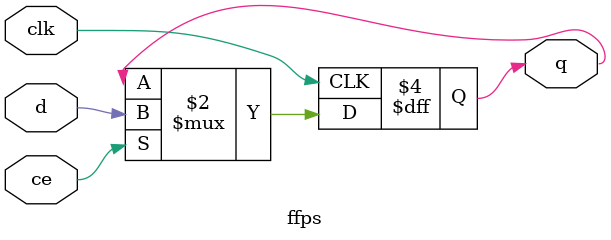
<source format=v>
module ffps(clk,q,d,ce);
input clk,d,ce;
output q;
reg q;

always @(negedge clk)
    begin
    if(ce)
        q<=d;
    end
endmodule

</source>
